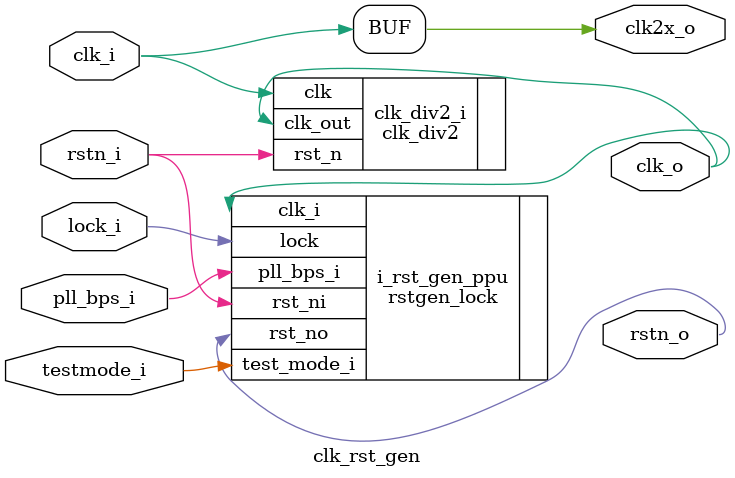
<source format=sv>

`include "config.sv"

(* dont_touch = "yes"*) module clk_rst_gen
(
    input  logic                            clk_i,

`ifdef HAPS
    input  logic                            clk2x_i, //200MHz, clk_i = 100Mhz
`endif

    input  logic                            rstn_i,
    input  logic                            lock_i,

    input  logic                            testmode_i,
    input  logic                            pll_bps_i,

    output logic                            clk_o,
    output logic                            clk2x_o,

`ifdef HAPS
    output logic                            clk4x_o,
`endif

    output logic                            rstn_o

//    input  logic [1:0]                      div_i, 
//    output logic                            clk_div_o
);

`ifdef HAPS
  assign clk4x_o = clk2x_i;
`endif

  assign clk2x_o = clk_i;

  clk_div2
  clk_div2_i
  ( 
     .clk     (  clk_i     ),//400Mhz
     .rst_n   (  rstn_i    ), 
     .clk_out (  clk_o     ) //200Mhz
  );


  //----------------------------------------------------------------------------//
  // Reset synchronizer
  //----------------------------------------------------------------------------//
  rstgen_lock i_rst_gen_ppu
  (
      // PAD FRAME SIGNALS
      .clk_i               ( clk_o           ),
      .rst_ni              ( rstn_i          ),
      .lock                ( lock_i          ),

      // TEST MODE
      .test_mode_i         ( testmode_i      ),
      .pll_bps_i           ( pll_bps_i       ),

      // OUTPUT RESET
      .rst_no              ( rstn_o          )
  );


endmodule

</source>
